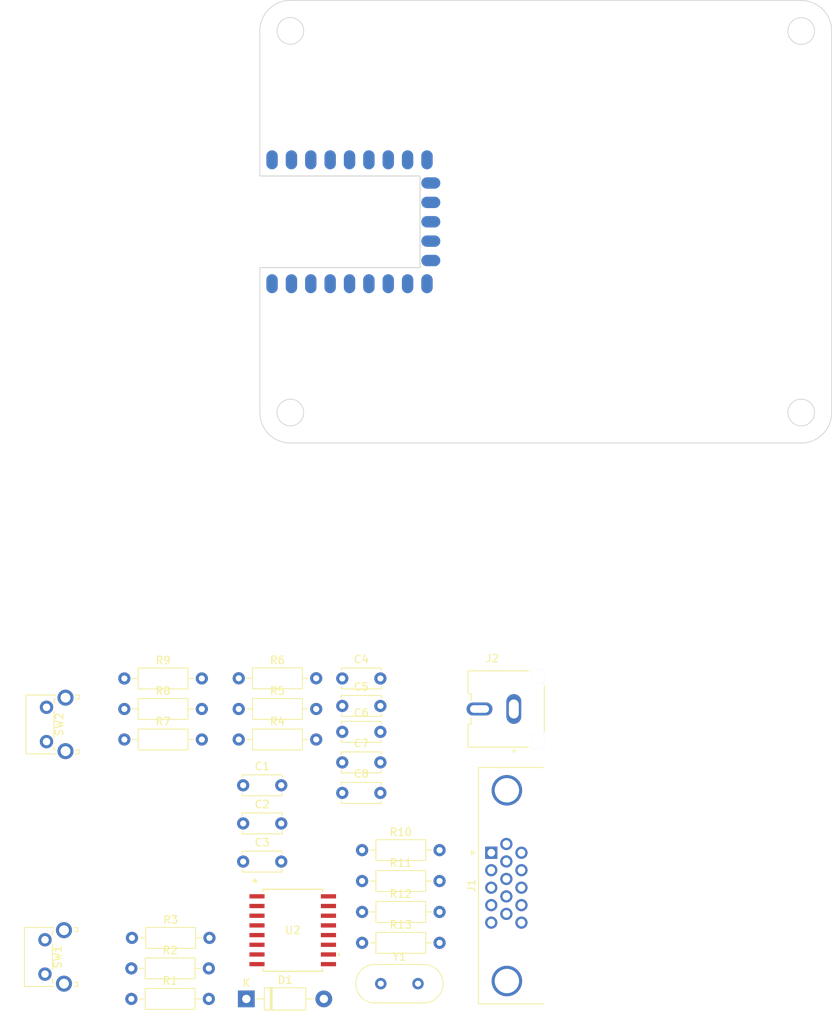
<source format=kicad_pcb>
(kicad_pcb (version 20221018) (generator pcbnew)
  (layers (0 "F.Cu" signal) (31 "B.Cu" signal) (34 "B.Paste" user) (35 "F.Paste" user) (36 "B.SilkS" user "B.Silkscreen") (37 "F.SilkS" user "F.Silkscreen") (38 "B.Mask" user) (39 "F.Mask" user) (44 "Edge.Cuts" user))
  (net 0 "")
  (net 1 "Net-(C1-Pad1)")
  (net 2 "Net-(U2-RIN)")
  (net 3 "Net-(C2-Pad1)")
  (net 4 "Net-(U2-GIN)")
  (net 5 "Net-(C3-Pad1)")
  (net 6 "Net-(U2-BIN)")
  (net 7 "Net-(D1-K)")
  (net 8 "Net-(D1-A)")
  (net 9 "Net-(U2-FIN)")
  (net 10 "Net-(U2-COMP)")
  (net 11 "Net-(C8-Pad2)")
  (net 16 "Net-(U2-HSYNC)")
  (net 19 "Net-(J2-In)")
  (net 20 "Net-(U1-7)")
  (net 21 "Net-(U1-8)")
  (net 22 "Net-(U1-9)")
  (net 23 "Net-(U1-10)")
  (net 24 "Net-(U1-11)")
  (net 25 "Net-(U1-12)")
  (net 26 "Net-(U1-13)")
  (net 27 "Net-(U1-14)")
  (net 28 "Net-(U1-15)")
  (net 29 "Net-(U1-2)")
  (net 30 "Net-(U1-29)")
  (footprint "Resistor_THT:R_Axial_DIN0207_L6.3mm_D2.5mm_P10.16mm_Horizontal" (layer "F.Cu") (at 82.229669 156.86)
    (fp_text reference "R7" (at 5.08 -2.37) (layer "F.SilkS"))
    (fp_text value "1K")
    (fp_line (start 1.04 0) (end 1.81 0) (stroke (width 0.12)) (layer "F.SilkS"))
    (fp_line (start 1.81 -1.37) (end 1.81 1.37) (stroke (width 0.12)) (layer "F.SilkS"))
    (fp_line (start 1.81 1.37) (end 8.35 1.37) (stroke (width 0.12)) (layer "F.SilkS"))
    (fp_line (start 8.35 -1.37) (end 1.81 -1.37) (stroke (width 0.12)) (layer "F.SilkS"))
    (fp_line (start 8.35 1.37) (end 8.35 -1.37) (stroke (width 0.12)) (layer "F.SilkS"))
    (fp_line (start 9.12 0) (end 8.35 0) (stroke (width 0.12)) (layer "F.SilkS"))
    (pad "1" thru_hole circle (at 0 0) (size 1.6 1.6) (drill 0.8) (layers "*.Cu" "*.Mask") (net 26 "Net-(U1-13)"))
    (pad "2" thru_hole oval (at 10.16 0) (size 1.6 1.6) (drill 0.8) (layers "*.Cu" "*.Mask") (net 1 "Net-(C1-Pad1)"))
  )
  (footprint "Resistor_THT:R_Axial_DIN0207_L6.3mm_D2.5mm_P10.16mm_Horizontal" (layer "F.Cu") (at 113.409669 183.51)
    (fp_text reference "R13" (at 5.08 -2.37) (layer "F.SilkS"))
    (fp_text value "75")
    (fp_line (start 1.04 0) (end 1.81 0) (stroke (width 0.12)) (layer "F.SilkS"))
    (fp_line (start 1.81 -1.37) (end 1.81 1.37) (stroke (width 0.12)) (layer "F.SilkS"))
    (fp_line (start 1.81 1.37) (end 8.35 1.37) (stroke (width 0.12)) (layer "F.SilkS"))
    (fp_line (start 8.35 -1.37) (end 1.81 -1.37) (stroke (width 0.12)) (layer "F.SilkS"))
    (fp_line (start 8.35 1.37) (end 8.35 -1.37) (stroke (width 0.12)) (layer "F.SilkS"))
    (fp_line (start 9.12 0) (end 8.35 0) (stroke (width 0.12)) (layer "F.SilkS"))
    (pad "1" thru_hole circle (at 0 0) (size 1.6 1.6) (drill 0.8) (layers "*.Cu" "*.Mask") (net 11 "Net-(C8-Pad2)"))
    (pad "2" thru_hole oval (at 10.16 0) (size 1.6 1.6) (drill 0.8) (layers "*.Cu" "*.Mask") (net 19 "Net-(J2-In)"))
  )
  (footprint "Button_Switch_THT:SW_Tactile_SPST_Angled_PTS645Vx58-2LFS" (layer "F.Cu") (at 71.819669 187.61 90)
    (fp_text reference "SW1" (at 2.25 1.68 90) (layer "F.SilkS"))
    (fp_text value "SW_Push")
    (fp_line (start -1.61 -2.7) (end -1.61 1.2) (stroke (width 0.12)) (layer "F.SilkS"))
    (fp_line (start -1.61 -2.7) (end 6.11 -2.7) (stroke (width 0.12)) (layer "F.SilkS"))
    (fp_line (start -1.61 3.8) (end -1.61 4.31) (stroke (width 0.12)) (layer "F.SilkS"))
    (fp_line (start -1.61 4.31) (end -1.09 4.31) (stroke (width 0.12)) (layer "F.SilkS"))
    (fp_line (start -1.09 0.97) (end -1.09 1.2) (stroke (width 0.12)) (layer "F.SilkS"))
    (fp_line (start -1.09 0.97) (end -0.55 0.97) (stroke (width 0.12)) (layer "F.SilkS"))
    (fp_line (start -1.09 3.8) (end -1.09 4.31) (stroke (width 0.12)) (layer "F.SilkS"))
    (fp_line (start 0.55 0.97) (end 3.95 0.97) (stroke (width 0.12)) (layer "F.SilkS"))
    (fp_line (start 5.05 0.97) (end 5.59 0.97) (stroke (width 0.12)) (layer "F.SilkS"))
    (fp_line (start 5.59 0.97) (end 5.59 1.2) (stroke (width 0.12)) (layer "F.SilkS"))
    (fp_line (start 5.59 3.8) (end 5.59 4.31) (stroke (width 0.12)) (layer "F.SilkS"))
    (fp_line (start 5.59 4.31) (end 6.11 4.31) (stroke (width 0.12)) (layer "F.SilkS"))
    (fp_line (start 6.11 -2.7) (end 6.11 1.2) (stroke (width 0.12)) (layer "F.SilkS"))
    (fp_line (start 6.11 3.8) (end 6.11 4.31) (stroke (width 0.12)) (layer "F.SilkS"))
    (pad "" thru_hole circle (at -1.25 2.49 90) (size 2.1 2.1) (drill 1.3) (layers "*.Cu" "*.Mask"))
    (pad "" thru_hole circle (at 5.76 2.49 90) (size 2.1 2.1) (drill 1.3) (layers "*.Cu" "*.Mask"))
    (pad "1" thru_hole circle (at 0 0 90) (size 1.75 1.75) (drill 0.99) (layers "*.Cu" "*.Mask") (net 8 "Net-(D1-A)"))
    (pad "2" thru_hole circle (at 4.5 0 90) (size 1.75 1.75) (drill 0.99) (layers "*.Cu" "*.Mask") (net 29 "Net-(U1-2)"))
  )
  (footprint "Resistor_THT:R_Axial_DIN0207_L6.3mm_D2.5mm_P10.16mm_Horizontal" (layer "F.Cu") (at 82.229669 148.86)
    (fp_text reference "R9" (at 5.08 -2.37) (layer "F.SilkS"))
    (fp_text value "100")
    (fp_line (start 1.04 0) (end 1.81 0) (stroke (width 0.12)) (layer "F.SilkS"))
    (fp_line (start 1.81 -1.37) (end 1.81 1.37) (stroke (width 0.12)) (layer "F.SilkS"))
    (fp_line (start 1.81 1.37) (end 8.35 1.37) (stroke (width 0.12)) (layer "F.SilkS"))
    (fp_line (start 8.35 -1.37) (end 1.81 -1.37) (stroke (width 0.12)) (layer "F.SilkS"))
    (fp_line (start 8.35 1.37) (end 8.35 -1.37) (stroke (width 0.12)) (layer "F.SilkS"))
    (fp_line (start 9.12 0) (end 8.35 0) (stroke (width 0.12)) (layer "F.SilkS"))
    (pad "1" thru_hole circle (at 0 0) (size 1.6 1.6) (drill 0.8) (layers "*.Cu" "*.Mask") (net 28 "Net-(U1-15)"))
    (pad "2" thru_hole oval (at 10.16 0) (size 1.6 1.6) (drill 0.8) (layers "*.Cu" "*.Mask") (net 16 "Net-(U2-HSYNC)"))
  )
  (footprint "Capacitor_THT:C_Disc_D5.0mm_W2.5mm_P5.00mm" (layer "F.Cu") (at 97.809669 162.86)
    (fp_text reference "C1" (at 2.5 -2.5) (layer "F.SilkS"))
    (fp_text value "100nF")
    (fp_line (start -0.12 -1.37) (end -0.12 -1.055) (stroke (width 0.12)) (layer "F.SilkS"))
    (fp_line (start -0.12 -1.37) (end 5.12 -1.37) (stroke (width 0.12)) (layer "F.SilkS"))
    (fp_line (start -0.12 1.055) (end -0.12 1.37) (stroke (width 0.12)) (layer "F.SilkS"))
    (fp_line (start -0.12 1.37) (end 5.12 1.37) (stroke (width 0.12)) (layer "F.SilkS"))
    (fp_line (start 5.12 -1.37) (end 5.12 -1.055) (stroke (width 0.12)) (layer "F.SilkS"))
    (fp_line (start 5.12 1.055) (end 5.12 1.37) (stroke (width 0.12)) (layer "F.SilkS"))
    (pad "1" thru_hole circle (at 0 0) (size 1.6 1.6) (drill 0.8) (layers "*.Cu" "*.Mask") (net 1 "Net-(C1-Pad1)"))
    (pad "2" thru_hole circle (at 5 0) (size 1.6 1.6) (drill 0.8) (layers "*.Cu" "*.Mask") (net 2 "Net-(U2-RIN)"))
  )
  (footprint "Connector_Dsub:DSUB-15-HD_Female_Horizontal_P2.29x1.98mm_EdgePinOffset3.03mm_Housed_MountingHolesOffset4.94mm" (layer "F.Cu") (at 130.349669 171.7 90)
    (fp_text reference "J1" (at -4.315 -2.61 90) (layer "F.SilkS"))
    (fp_text value "DE15_Receptacle_HighDensity_MountingHoles")
    (fp_line (start -19.8 -1.67) (end 11.17 -1.67) (stroke (width 0.12)) (layer "F.SilkS"))
    (fp_line (start -19.8 6.93) (end -19.8 -1.67) (stroke (width 0.12)) (layer "F.SilkS"))
    (fp_line (start -0.25 -2.564338) (end 0.25 -2.564338) (stroke (width 0.12)) (layer "F.SilkS"))
    (fp_line (start 0 -2.131325) (end -0.25 -2.564338) (stroke (width 0.12)) (layer "F.SilkS"))
    (fp_line (start 0.25 -2.564338) (end 0 -2.131325) (stroke (width 0.12)) (layer "F.SilkS"))
    (fp_line (start 11.17 -1.67) (end 11.17 6.93) (stroke (width 0.12)) (layer "F.SilkS"))
    (pad "0" thru_hole circle (at -16.815 2.05 90) (size 4 4) (drill 3.2) (layers "*.Cu" "*.Mask") (net 8 "Net-(D1-A)"))
    (pad "0" thru_hole circle (at 8.185 2.05 90) (size 4 4) (drill 3.2) (layers "*.Cu" "*.Mask") (net 8 "Net-(D1-A)"))
    (pad "1" thru_hole rect (at 0 0 90) (size 1.6 1.6) (drill 1) (layers "*.Cu" "*.Mask") (net 1 "Net-(C1-Pad1)"))
    (pad "2" thru_hole circle (at -2.29 0 90) (size 1.6 1.6) (drill 1) (layers "*.Cu" "*.Mask") (net 3 "Net-(C2-Pad1)"))
    (pad "3" thru_hole circle (at -4.58 0 90) (size 1.6 1.6) (drill 1) (layers "*.Cu" "*.Mask") (net 5 "Net-(C3-Pad1)"))
    (pad "4" thru_hole circle (at -6.87 0 90) (size 1.6 1.6) (drill 1) (layers "*.Cu" "*.Mask"))
    (pad "5" thru_hole circle (at -9.16 0 90) (size 1.6 1.6) (drill 1) (layers "*.Cu" "*.Mask") (net 8 "Net-(D1-A)"))
    (pad "6" thru_hole circle (at 1.145 1.98 90) (size 1.6 1.6) (drill 1) (layers "*.Cu" "*.Mask") (net 8 "Net-(D1-A)"))
    (pad "7" thru_hole circle (at -1.145 1.98 90) (size 1.6 1.6) (drill 1) (layers "*.Cu" "*.Mask") (net 8 "Net-(D1-A)"))
    (pad "8" thru_hole circle (at -3.435 1.98 90) (size 1.6 1.6) (drill 1) (layers "*.Cu" "*.Mask") (net 8 "Net-(D1-A)"))
    (pad "9" thru_hole circle (at -5.725 1.98 90) (size 1.6 1.6) (drill 1) (layers "*.Cu" "*.Mask") (net 7 "Net-(D1-K)"))
    (pad "10" thru_hole circle (at -8.015 1.98 90) (size 1.6 1.6) (drill 1) (layers "*.Cu" "*.Mask"))
    (pad "11" thru_hole circle (at 0 3.96 90) (size 1.6 1.6) (drill 1) (layers "*.Cu" "*.Mask"))
    (pad "12" thru_hole circle (at -2.29 3.96 90) (size 1.6 1.6) (drill 1) (layers "*.Cu" "*.Mask"))
    (pad "13" thru_hole circle (at -4.58 3.96 90) (size 1.6 1.6) (drill 1) (layers "*.Cu" "*.Mask") (net 16 "Net-(U2-HSYNC)"))
    (pad "14" thru_hole circle (at -6.87 3.96 90) (size 1.6 1.6) (drill 1) (layers "*.Cu" "*.Mask"))
    (pad "15" thru_hole circle (at -9.16 3.96 90) (size 1.6 1.6) (drill 1) (layers "*.Cu" "*.Mask"))
  )
  (footprint "Resistor_THT:R_Axial_DIN0207_L6.3mm_D2.5mm_P10.16mm_Horizontal" (layer "F.Cu") (at 113.409669 171.36)
    (fp_text reference "R10" (at 5.08 -2.37) (layer "F.SilkS"))
    (fp_text value "75")
    (fp_line (start 1.04 0) (end 1.81 0) (stroke (width 0.12)) (layer "F.SilkS"))
    (fp_line (start 1.81 -1.37) (end 1.81 1.37) (stroke (width 0.12)) (layer "F.SilkS"))
    (fp_line (start 1.81 1.37) (end 8.35 1.37) (stroke (width 0.12)) (layer "F.SilkS"))
    (fp_line (start 8.35 -1.37) (end 1.81 -1.37) (stroke (width 0.12)) (layer "F.SilkS"))
    (fp_line (start 8.35 1.37) (end 8.35 -1.37) (stroke (width 0.12)) (layer "F.SilkS"))
    (fp_line (start 9.12 0) (end 8.35 0) (stroke (width 0.12)) (layer "F.SilkS"))
    (pad "1" thru_hole circle (at 0 0) (size 1.6 1.6) (drill 0.8) (layers "*.Cu" "*.Mask") (net 8 "Net-(D1-A)"))
    (pad "2" thru_hole oval (at 10.16 0) (size 1.6 1.6) (drill 0.8) (layers "*.Cu" "*.Mask") (net 1 "Net-(C1-Pad1)"))
  )
  (footprint "Diode_THT:D_DO-41_SOD81_P10.16mm_Horizontal" (layer "F.Cu") (at 98.229669 190.86)
    (fp_text reference "D1" (at 5.08 -2.47) (layer "F.SilkS"))
    (fp_text value "1N4001")
    (fp_text user "K" (at 0 -2.1) (layer "F.SilkS"))
    (fp_line (start 1.34 0) (end 2.36 0) (stroke (width 0.12)) (layer "F.SilkS"))
    (fp_line (start 2.36 -1.47) (end 2.36 1.47) (stroke (width 0.12)) (layer "F.SilkS"))
    (fp_line (start 2.36 1.47) (end 7.8 1.47) (stroke (width 0.12)) (layer "F.SilkS"))
    (fp_line (start 3.14 -1.47) (end 3.14 1.47) (stroke (width 0.12)) (layer "F.SilkS"))
    (fp_line (start 3.26 -1.47) (end 3.26 1.47) (stroke (width 0.12)) (layer "F.SilkS"))
    (fp_line (start 3.38 -1.47) (end 3.38 1.47) (stroke (width 0.12)) (layer "F.SilkS"))
    (fp_line (start 7.8 -1.47) (end 2.36 -1.47) (stroke (width 0.12)) (layer "F.SilkS"))
    (fp_line (start 7.8 1.47) (end 7.8 -1.47) (stroke (width 0.12)) (layer "F.SilkS"))
    (fp_line (start 8.82 0) (end 7.8 0) (stroke (width 0.12)) (layer "F.SilkS"))
    (pad "1" thru_hole rect (at 0 0) (size 2.2 2.2) (drill 1.1) (layers "*.Cu" "*.Mask") (net 7 "Net-(D1-K)"))
    (pad "2" thru_hole oval (at 10.16 0) (size 2.2 2.2) (drill 1.1) (layers "*.Cu" "*.Mask") (net 8 "Net-(D1-A)"))
  )
  (footprint "Resistor_THT:R_Axial_DIN0207_L6.3mm_D2.5mm_P10.16mm_Horizontal" (layer "F.Cu") (at 82.229669 152.86)
    (fp_text reference "R8" (at 5.08 -2.37) (layer "F.SilkS"))
    (fp_text value "470")
    (fp_line (start 1.04 0) (end 1.81 0) (stroke (width 0.12)) (layer "F.SilkS"))
    (fp_line (start 1.81 -1.37) (end 1.81 1.37) (stroke (width 0.12)) (layer "F.SilkS"))
    (fp_line (start 1.81 1.37) (end 8.35 1.37) (stroke (width 0.12)) (layer "F.SilkS"))
    (fp_line (start 8.35 -1.37) (end 1.81 -1.37) (stroke (width 0.12)) (layer "F.SilkS"))
    (fp_line (start 8.35 1.37) (end 8.35 -1.37) (stroke (width 0.12)) (layer "F.SilkS"))
    (fp_line (start 9.12 0) (end 8.35 0) (stroke (width 0.12)) (layer "F.SilkS"))
    (pad "1" thru_hole circle (at 0 0) (size 1.6 1.6) (drill 0.8) (layers "*.Cu" "*.Mask") (net 27 "Net-(U1-14)"))
    (pad "2" thru_hole oval (at 10.16 0) (size 1.6 1.6) (drill 0.8) (layers "*.Cu" "*.Mask") (net 1 "Net-(C1-Pad1)"))
  )
  (footprint "Resistor_THT:R_Axial_DIN0207_L6.3mm_D2.5mm_P10.16mm_Horizontal" (layer "F.Cu") (at 97.229669 156.86)
    (fp_text reference "R4" (at 5.08 -2.37) (layer "F.SilkS"))
    (fp_text value "1K")
    (fp_line (start 1.04 0) (end 1.81 0) (stroke (width 0.12)) (layer "F.SilkS"))
    (fp_line (start 1.81 -1.37) (end 1.81 1.37) (stroke (width 0.12)) (layer "F.SilkS"))
    (fp_line (start 1.81 1.37) (end 8.35 1.37) (stroke (width 0.12)) (layer "F.SilkS"))
    (fp_line (start 8.35 -1.37) (end 1.81 -1.37) (stroke (width 0.12)) (layer "F.SilkS"))
    (fp_line (start 8.35 1.37) (end 8.35 -1.37) (stroke (width 0.12)) (layer "F.SilkS"))
    (fp_line (start 9.12 0) (end 8.35 0) (stroke (width 0.12)) (layer "F.SilkS"))
    (pad "1" thru_hole circle (at 0 0) (size 1.6 1.6) (drill 0.8) (layers "*.Cu" "*.Mask") (net 23 "Net-(U1-10)"))
    (pad "2" thru_hole oval (at 10.16 0) (size 1.6 1.6) (drill 0.8) (layers "*.Cu" "*.Mask") (net 3 "Net-(C2-Pad1)"))
  )
  (footprint "Resistor_THT:R_Axial_DIN0207_L6.3mm_D2.5mm_P10.16mm_Horizontal" (layer "F.Cu") (at 113.409669 175.41)
    (fp_text reference "R11" (at 5.08 -2.37) (layer "F.SilkS"))
    (fp_text value "75")
    (fp_line (start 1.04 0) (end 1.81 0) (stroke (width 0.12)) (layer "F.SilkS"))
    (fp_line (start 1.81 -1.37) (end 1.81 1.37) (stroke (width 0.12)) (layer "F.SilkS"))
    (fp_line (start 1.81 1.37) (end 8.35 1.37) (stroke (width 0.12)) (layer "F.SilkS"))
    (fp_line (start 8.35 -1.37) (end 1.81 -1.37) (stroke (width 0.12)) (layer "F.SilkS"))
    (fp_line (start 8.35 1.37) (end 8.35 -1.37) (stroke (width 0.12)) (layer "F.SilkS"))
    (fp_line (start 9.12 0) (end 8.35 0) (stroke (width 0.12)) (layer "F.SilkS"))
    (pad "1" thru_hole circle (at 0 0) (size 1.6 1.6) (drill 0.8) (layers "*.Cu" "*.Mask") (net 8 "Net-(D1-A)"))
    (pad "2" thru_hole oval (at 10.16 0) (size 1.6 1.6) (drill 0.8) (layers "*.Cu" "*.Mask") (net 3 "Net-(C2-Pad1)"))
  )
  (footprint "Capacitor_THT:C_Disc_D5.0mm_W2.5mm_P5.00mm" (layer "F.Cu") (at 110.809669 148.86)
    (fp_text reference "C4" (at 2.5 -2.5) (layer "F.SilkS"))
    (fp_text value "100nF")
    (fp_line (start -0.12 -1.37) (end -0.12 -1.055) (stroke (width 0.12)) (layer "F.SilkS"))
    (fp_line (start -0.12 -1.37) (end 5.12 -1.37) (stroke (width 0.12)) (layer "F.SilkS"))
    (fp_line (start -0.12 1.055) (end -0.12 1.37) (stroke (width 0.12)) (layer "F.SilkS"))
    (fp_line (start -0.12 1.37) (end 5.12 1.37) (stroke (width 0.12)) (layer "F.SilkS"))
    (fp_line (start 5.12 -1.37) (end 5.12 -1.055) (stroke (width 0.12)) (layer "F.SilkS"))
    (fp_line (start 5.12 1.055) (end 5.12 1.37) (stroke (width 0.12)) (layer "F.SilkS"))
    (pad "1" thru_hole circle (at 0 0) (size 1.6 1.6) (drill 0.8) (layers "*.Cu" "*.Mask") (net 7 "Net-(D1-K)"))
    (pad "2" thru_hole circle (at 5 0) (size 1.6 1.6) (drill 0.8) (layers "*.Cu" "*.Mask") (net 8 "Net-(D1-A)"))
  )
  (footprint "RCA:CUI_RCJ-044" (layer "F.Cu") (at 133.309669 152.86)
    (fp_text reference "J2" (at -2.825 -6.635) (layer "F.SilkS"))
    (fp_text value "CVBS")
    (fp_line (start -6 -5) (end 1.98 -5) (stroke (width 0.127)) (layer "F.SilkS"))
    (fp_line (start -6 -2) (end -6 -5) (stroke (width 0.127)) (layer "F.SilkS"))
    (fp_line (start -6 2) (end -5.6 2) (stroke (width 0.127)) (layer "F.SilkS"))
    (fp_line (start -6 5) (end -6 2) (stroke (width 0.127)) (layer "F.SilkS"))
    (fp_line (start -6 5) (end 1.98 5) (stroke (width 0.127)) (layer "F.SilkS"))
    (fp_line (start -5.6 -2) (end -6 -2) (stroke (width 0.127)) (layer "F.SilkS"))
    (fp_line (start -5.6 -1.17) (end -5.6 -2) (stroke (width 0.127)) (layer "F.SilkS"))
    (fp_line (start -5.6 2) (end -5.6 1.17) (stroke (width 0.127)) (layer "F.SilkS"))
    (fp_line (start 4 3) (end 4 -3) (stroke (width 0.127)) (layer "F.SilkS"))
    (fp_circle (center 0 5.513) (end 0.1 5.513) (stroke (width 0.2)) (fill none) (layer "F.SilkS"))
    (fp_line (start 2.3 -5.15) (end 2.3 -3.35) (stroke (width 0.01)) (layer "Edge.Cuts"))
    (fp_line (start 2.3 -3.35) (end 4 -3.35) (stroke (width 0.01)) (layer "Edge.Cuts"))
    (fp_line (start 2.3 3.35) (end 2.3 5.15) (stroke (width 0.01)) (layer "Edge.Cuts"))
    (fp_line (start 2.3 5.15) (end 4 5.15) (stroke (width 0.01)) (layer "Edge.Cuts"))
    (fp_line (start 4 -5.15) (end 2.3 -5.15) (stroke (width 0.01)) (layer "Edge.Cuts"))
    (fp_line (start 4 -3.35) (end 4 -5.15) (stroke (width 0.01)) (layer "Edge.Cuts"))
    (fp_line (start 4 3.35) (end 2.3 3.35) (stroke (width 0.01)) (layer "Edge.Cuts"))
    (fp_line (start 4 5.15) (end 4 3.35) (stroke (width 0.01)) (layer "Edge.Cuts"))
    (pad "1" thru_hole oval (at 0 0) (size 1.95 3.9) (drill oval 1.3 2.5) (layers "*.Cu" "*.Mask") (net 19 "Net-(J2-In)"))
    (pad "2" thru_hole oval (at -4.5 0) (size 3.4 1.7) (drill oval 2.5 1) (layers "*.Cu" "*.Mask") (net 8 "Net-(D1-A)"))
  )
  (footprint "Capacitor_THT:C_Disc_D5.0mm_W2.5mm_P5.00mm" (layer "F.Cu") (at 110.809669 159.86)
    (fp_text reference "C7" (at 2.5 -2.5) (layer "F.SilkS"))
    (fp_text value "22pF")
    (fp_line (start -0.12 -1.37) (end -0.12 -1.055) (stroke (width 0.12)) (layer "F.SilkS"))
    (fp_line (start -0.12 -1.37) (end 5.12 -1.37) (stroke (width 0.12)) (layer "F.SilkS"))
    (fp_line (start -0.12 1.055) (end -0.12 1.37) (stroke (width 0.12)) (layer "F.SilkS"))
    (fp_line (start -0.12 1.37) (end 5.12 1.37) (stroke (width 0.12)) (layer "F.SilkS"))
    (fp_line (start 5.12 -1.37) (end 5.12 -1.055) (stroke (width 0.12)) (layer "F.SilkS"))
    (fp_line (start 5.12 1.055) (end 5.12 1.37) (stroke (width 0.12)) (layer "F.SilkS"))
    (pad "1" thru_hole circle (at 0 0) (size 1.6 1.6) (drill 0.8) (layers "*.Cu" "*.Mask") (net 8 "Net-(D1-A)"))
    (pad "2" thru_hole circle (at 5 0) (size 1.6 1.6) (drill 0.8) (layers "*.Cu" "*.Mask") (net 9 "Net-(U2-FIN)"))
  )
  (footprint "Resistor_THT:R_Axial_DIN0207_L6.3mm_D2.5mm_P10.16mm_Horizontal" (layer "F.Cu") (at 83.149669 190.86)
    (fp_text reference "R1" (at 5.08 -2.37) (layer "F.SilkS"))
    (fp_text value "1K")
    (fp_line (start 1.04 0) (end 1.81 0) (stroke (width 0.12)) (layer "F.SilkS"))
    (fp_line (start 1.81 -1.37) (end 1.81 1.37) (stroke (width 0.12)) (layer "F.SilkS"))
    (fp_line (start 1.81 1.37) (end 8.35 1.37) (stroke (width 0.12)) (layer "F.SilkS"))
    (fp_line (start 8.35 -1.37) (end 1.81 -1.37) (stroke (width 0.12)) (layer "F.SilkS"))
    (fp_line (start 8.35 1.37) (end 8.35 -1.37) (stroke (width 0.12)) (layer "F.SilkS"))
    (fp_line (start 9.12 0) (end 8.35 0) (stroke (width 0.12)) (layer "F.SilkS"))
    (pad "1" thru_hole circle (at 0 0) (size 1.6 1.6) (drill 0.8) (layers "*.Cu" "*.Mask") (net 20 "Net-(U1-7)"))
    (pad "2" thru_hole oval (at 10.16 0) (size 1.6 1.6) (drill 0.8) (layers "*.Cu" "*.Mask") (net 5 "Net-(C3-Pad1)"))
  )
  (footprint "Capacitor_THT:C_Disc_D5.0mm_W2.5mm_P5.00mm" (layer "F.Cu") (at 97.809669 172.86)
    (fp_text reference "C3" (at 2.5 -2.5) (layer "F.SilkS"))
    (fp_text value "100nF")
    (fp_line (start -0.12 -1.37) (end -0.12 -1.055) (stroke (width 0.12)) (layer "F.SilkS"))
    (fp_line (start -0.12 -1.37) (end 5.12 -1.37) (stroke (width 0.12)) (layer "F.SilkS"))
    (fp_line (start -0.12 1.055) (end -0.12 1.37) (stroke (width 0.12)) (layer "F.SilkS"))
    (fp_line (start -0.12 1.37) (end 5.12 1.37) (stroke (width 0.12)) (layer "F.SilkS"))
    (fp_line (start 5.12 -1.37) (end 5.12 -1.055) (stroke (width 0.12)) (layer "F.SilkS"))
    (fp_line (start 5.12 1.055) (end 5.12 1.37) (stroke (width 0.12)) (layer "F.SilkS"))
    (pad "1" thru_hole circle (at 0 0) (size 1.6 1.6) (drill 0.8) (layers "*.Cu" "*.Mask") (net 5 "Net-(C3-Pad1)"))
    (pad "2" thru_hole circle (at 5 0) (size 1.6 1.6) (drill 0.8) (layers "*.Cu" "*.Mask") (net 6 "Net-(U2-BIN)"))
  )
  (footprint "Capacitor_THT:C_Disc_D5.0mm_W2.5mm_P5.00mm" (layer "F.Cu") (at 110.809669 163.86)
    (fp_text reference "C8" (at 2.5 -2.5) (layer "F.SilkS"))
    (fp_text value "220μF")
    (fp_line (start -0.12 -1.37) (end -0.12 -1.055) (stroke (width 0.12)) (layer "F.SilkS"))
    (fp_line (start -0.12 -1.37) (end 5.12 -1.37) (stroke (width 0.12)) (layer "F.SilkS"))
    (fp_line (start -0.12 1.055) (end -0.12 1.37) (stroke (width 0.12)) (layer "F.SilkS"))
    (fp_line (start -0.12 1.37) (end 5.12 1.37) (stroke (width 0.12)) (layer "F.SilkS"))
    (fp_line (start 5.12 -1.37) (end 5.12 -1.055) (stroke (width 0.12)) (layer "F.SilkS"))
    (fp_line (start 5.12 1.055) (end 5.12 1.37) (stroke (width 0.12)) (layer "F.SilkS"))
    (pad "1" thru_hole circle (at 0 0) (size 1.6 1.6) (drill 0.8) (layers "*.Cu" "*.Mask") (net 10 "Net-(U2-COMP)"))
    (pad "2" thru_hole circle (at 5 0) (size 1.6 1.6) (drill 0.8) (layers "*.Cu" "*.Mask") (net 11 "Net-(C8-Pad2)"))
  )
  (footprint "Resistor_THT:R_Axial_DIN0207_L6.3mm_D2.5mm_P10.16mm_Horizontal" (layer "F.Cu") (at 97.229669 148.835)
    (fp_text reference "R6" (at 5.08 -2.37) (layer "F.SilkS"))
    (fp_text value "2K2")
    (fp_line (start 1.04 0) (end 1.81 0) (stroke (width 0.12)) (layer "F.SilkS"))
    (fp_line (start 1.81 -1.37) (end 1.81 1.37) (stroke (width 0.12)) (layer "F.SilkS"))
    (fp_line (start 1.81 1.37) (end 8.35 1.37) (stroke (width 0.12)) (layer "F.SilkS"))
    (fp_line (start 8.35 -1.37) (end 1.81 -1.37) (stroke (width 0.12)) (layer "F.SilkS"))
    (fp_line (start 8.35 1.37) (end 8.35 -1.37) (stroke (width 0.12)) (layer "F.SilkS"))
    (fp_line (start 9.12 0) (end 8.35 0) (stroke (width 0.12)) (layer "F.SilkS"))
    (pad "1" thru_hole circle (at 0 0) (size 1.6 1.6) (drill 0.8) (layers "*.Cu" "*.Mask") (net 25 "Net-(U1-12)"))
    (pad "2" thru_hole oval (at 10.16 0) (size 1.6 1.6) (drill 0.8) (layers "*.Cu" "*.Mask") (net 1 "Net-(C1-Pad1)"))
  )
  (footprint "Resistor_THT:R_Axial_DIN0207_L6.3mm_D2.5mm_P10.16mm_Horizontal" (layer "F.Cu") (at 113.409669 179.46)
    (fp_text reference "R12" (at 5.08 -2.37) (layer "F.SilkS"))
    (fp_text value "75")
    (fp_line (start 1.04 0) (end 1.81 0) (stroke (width 0.12)) (layer "F.SilkS"))
    (fp_line (start 1.81 -1.37) (end 1.81 1.37) (stroke (width 0.12)) (layer "F.SilkS"))
    (fp_line (start 1.81 1.37) (end 8.35 1.37) (stroke (width 0.12)) (layer "F.SilkS"))
    (fp_line (start 8.35 -1.37) (end 1.81 -1.37) (stroke (width 0.12)) (layer "F.SilkS"))
    (fp_line (start 8.35 1.37) (end 8.35 -1.37) (stroke (width 0.12)) (layer "F.SilkS"))
    (fp_line (start 9.12 0) (end 8.35 0) (stroke (width 0.12)) (layer "F.SilkS"))
    (pad "1" thru_hole circle (at 0 0) (size 1.6 1.6) (drill 0.8) (layers "*.Cu" "*.Mask") (net 8 "Net-(D1-A)"))
    (pad "2" thru_hole oval (at 10.16 0) (size 1.6 1.6) (drill 0.8) (layers "*.Cu" "*.Mask") (net 5 "Net-(C3-Pad1)"))
  )
  (footprint "Resistor_THT:R_Axial_DIN0207_L6.3mm_D2.5mm_P10.16mm_Horizontal" (layer "F.Cu") (at 83.229669 182.86)
    (fp_text reference "R3" (at 5.08 -2.37) (layer "F.SilkS"))
    (fp_text value "2K2")
    (fp_line (start 1.04 0) (end 1.81 0) (stroke (width 0.12)) (layer "F.SilkS"))
    (fp_line (start 1.81 -1.37) (end 1.81 1.37) (stroke (width 0.12)) (layer "F.SilkS"))
    (fp_line (start 1.81 1.37) (end 8.35 1.37) (stroke (width 0.12)) (layer "F.SilkS"))
    (fp_line (start 8.35 -1.37) (end 1.81 -1.37) (stroke (width 0.12)) (layer "F.SilkS"))
    (fp_line (start 8.35 1.37) (end 8.35 -1.37) (stroke (width 0.12)) (layer "F.SilkS"))
    (fp_line (start 9.12 0) (end 8.35 0) (stroke (width 0.12)) (layer "F.SilkS"))
    (pad "1" thru_hole circle (at 0 0) (size 1.6 1.6) (drill 0.8) (layers "*.Cu" "*.Mask") (net 22 "Net-(U1-9)"))
    (pad "2" thru_hole oval (at 10.16 0) (size 1.6 1.6) (drill 0.8) (layers "*.Cu" "*.Mask") (net 3 "Net-(C2-Pad1)"))
  )
  (footprint "Crystal:Crystal_HC49-4H_Vertical" (layer "F.Cu") (at 115.859669 188.86)
    (fp_text reference "Y1" (at 2.44 -3.525) (layer "F.SilkS"))
    (fp_text value "3.579545")
    (fp_line (start -0.76 -2.525) (end 5.64 -2.525) (stroke (width 0.12)) (layer "F.SilkS"))
    (fp_line (start -0.76 2.525) (end 5.64 2.525) (stroke (width 0.12)) (layer "F.SilkS"))
    (fp_arc (start -0.76 2.525) (mid -3.285 0) (end -0.76 -2.525) (stroke (width 0.12)) (layer "F.SilkS"))
    (fp_arc (start 5.64 -2.525) (mid 8.165 0) (end 5.64 2.525) (stroke (width 0.12)) (layer "F.SilkS"))
    (pad "1" thru_hole circle (at 0 0) (size 1.5 1.5) (drill 0.8) (layers "*.Cu" "*.Mask") (net 9 "Net-(U2-FIN)"))
    (pad "2" thru_hole circle (at 4.88 0) (size 1.5 1.5) (drill 0.8) (layers "*.Cu" "*.Mask") (net 8 "Net-(D1-A)"))
  )
  (footprint "Resistor_THT:R_Axial_DIN0207_L6.3mm_D2.5mm_P10.16mm_Horizontal" (layer "F.Cu") (at 83.149669 186.86)
    (fp_text reference "R2" (at 5.08 -2.37) (layer "F.SilkS"))
    (fp_text value "390")
    (fp_line (start 1.04 0) (end 1.81 0) (stroke (width 0.12)) (layer "F.SilkS"))
    (fp_line (start 1.81 -1.37) (end 1.81 1.37) (stroke (width 0.12)) (layer "F.SilkS"))
    (fp_line (start 1.81 1.37) (end 8.35 1.37) (stroke (width 0.12)) (layer "F.SilkS"))
    (fp_line (start 8.35 -1.37) (end 1.81 -1.37) (stroke (width 0.12)) (layer "F.SilkS"))
    (fp_line (start 8.35 1.37) (end 8.35 -1.37) (stroke (width 0.12)) (layer "F.SilkS"))
    (fp_line (start 9.12 0) (end 8.35 0) (stroke (width 0.12)) (layer "F.SilkS"))
    (pad "1" thru_hole circle (at 0 0) (size 1.6 1.6) (drill 0.8) (layers "*.Cu" "*.Mask") (net 21 "Net-(U1-8)"))
    (pad "2" thru_hole oval (at 10.16 0) (size 1.6 1.6) (drill 0.8) (layers "*.Cu" "*.Mask") (net 5 "Net-(C3-Pad1)"))
  )
  (footprint "Capacitor_THT:C_Disc_D5.0mm_W2.5mm_P5.00mm" (layer "F.Cu") (at 110.809669 155.86)
    (fp_text reference "C6" (at 2.5 -2.5) (layer "F.SilkS"))
    (fp_text value "100μF")
    (fp_line (start -0.12 -1.37) (end -0.12 -1.055) (stroke (width 0.12)) (layer "F.SilkS"))
    (fp_line (start -0.12 -1.37) (end 5.12 -1.37) (stroke (width 0.12)) (layer "F.SilkS"))
    (fp_line (start -0.12 1.055) (end -0.12 1.37) (stroke (width 0.12)) (layer "F.SilkS"))
    (fp_line (start -0.12 1.37) (end 5.12 1.37) (stroke (width 0.12)) (layer "F.SilkS"))
    (fp_line (start 5.12 -1.37) (end 5.12 -1.055) (stroke (width 0.12)) (layer "F.SilkS"))
    (fp_line (start 5.12 1.055) (end 5.12 1.37) (stroke (width 0.12)) (layer "F.SilkS"))
    (pad "1" thru_hole circle (at 0 0) (size 1.6 1.6) (drill 0.8) (layers "*.Cu" "*.Mask") (net 7 "Net-(D1-K)"))
    (pad "2" thru_hole circle (at 5 0) (size 1.6 1.6) (drill 0.8) (layers "*.Cu" "*.Mask") (net 8 "Net-(D1-A)"))
  )
  (footprint "Capacitor_THT:C_Disc_D5.0mm_W2.5mm_P5.00mm" (layer "F.Cu") (at 110.809669 152.46)
    (fp_text reference "C5" (at 2.5 -2.5) (layer "F.SilkS"))
    (fp_text value "100nF")
    (fp_line (start -0.12 -1.37) (end -0.12 -1.055) (stroke (width 0.12)) (layer "F.SilkS"))
    (fp_line (start -0.12 -1.37) (end 5.12 -1.37) (stroke (width 0.12)) (layer "F.SilkS"))
    (fp_line (start -0.12 1.055) (end -0.12 1.37) (stroke (width 0.12)) (layer "F.SilkS"))
    (fp_line (start -0.12 1.37) (end 5.12 1.37) (stroke (width 0.12)) (layer "F.SilkS"))
    (fp_line (start 5.12 -1.37) (end 5.12 -1.055) (stroke (width 0.12)) (layer "F.SilkS"))
    (fp_line (start 5.12 1.055) (end 5.12 1.37) (stroke (width 0.12)) (layer "F.SilkS"))
    (pad "1" thru_hole circle (at 0 0) (size 1.6 1.6) (drill 0.8) (layers "*.Cu" "*.Mask") (net 7 "Net-(D1-K)"))
    (pad "2" thru_hole circle (at 5 0) (size 1.6 1.6) (drill 0.8) (layers "*.Cu" "*.Mask") (net 8 "Net-(D1-A)"))
  )
  (footprint "AD724:RW_16_ADI" (layer "F.Cu") (at 104.309669 181.86)
    (fp_text reference "U2" (at 0 0 unlocked) (layer "F.SilkS"))
    (fp_text value "AD724JRZ")
    (fp_text user "*" (at -4.9403 -6.1468) (layer "F.SilkS"))
    (fp_text user "*" (at -4.9403 -6.1468 unlocked) (layer "F.SilkS"))
    (fp_line (start -3.9243 -5.3721) (end -3.9243 -5.05714) (stroke (width 0.1524)) (layer "F.SilkS"))
    (fp_line (start -3.9243 5.05714) (end -3.9243 5.3721) (stroke (width 0.1524)) (layer "F.SilkS"))
    (fp_line (start -3.9243 5.3721) (end 3.9243 5.3721) (stroke (width 0.1524)) (layer "F.SilkS"))
    (fp_line (start 3.9243 -5.3721) (end -3.9243 -5.3721) (stroke (width 0.1524)) (layer "F.SilkS"))
    (fp_line (start 3.9243 -5.05714) (end 3.9243 -5.3721) (stroke (width 0.1524)) (layer "F.SilkS"))
    (fp_line (start 3.9243 5.3721) (end 3.9243 5.05714) (stroke (width 0.1524)) (layer "F.SilkS"))
    (fp_poly (pts (xy 6.1849 2.9845) (xy 6.1849 3.3655) (xy 5.9309 3.3655) (xy 5.9309 2.9845)) (fill solid) (layer "F.SilkS"))
    (pad "1" smd rect (at -4.6863 -4.445) (size 1.9812 0.5588) (layers "F.Cu" "F.Paste" "F.Mask") (net 7 "Net-(D1-K)"))
    (pad "2" smd rect (at -4.6863 -3.175) (size 1.9812 0.5588) (layers "F.Cu" "F.Paste" "F.Mask") (net 8 "Net-(D1-A)"))
    (pad "3" smd rect (at -4.6863 -1.905) (size 1.9812 0.5588) (layers "F.Cu" "F.Paste" "F.Mask") (net 9 "Net-(U2-FIN)"))
    (pad "4" smd rect (at -4.6863 -0.635) (size 1.9812 0.5588) (layers "F.Cu" "F.Paste" "F.Mask") (net 7 "Net-(D1-K)"))
    (pad "5" smd rect (at -4.6863 0.635) (size 1.9812 0.5588) (layers "F.Cu" "F.Paste" "F.Mask") (net 7 "Net-(D1-K)"))
    (pad "6" smd rect (at -4.6863 1.905) (size 1.9812 0.5588) (layers "F.Cu" "F.Paste" "F.Mask") (net 2 "Net-(U2-RIN)"))
    (pad "7" smd rect (at -4.6863 3.175) (size 1.9812 0.5588) (layers "F.Cu" "F.Paste" "F.Mask") (net 4 "Net-(U2-GIN)"))
    (pad "8" smd rect (at -4.6863 4.445) (size 1.9812 0.5588) (layers "F.Cu" "F.Paste" "F.Mask") (net 6 "Net-(U2-BIN)"))
    (pad "9" smd rect (at 4.6863 4.445) (size 1.9812 0.5588) (layers "F.Cu" "F.Paste" "F.Mask"))
    (pad "10" smd rect (at 4.6863 3.175) (size 1.9812 0.5588) (layers "F.Cu" "F.Paste" "F.Mask") (net 10 "Net-(U2-COMP)"))
    (pad "11" smd rect (at 4.6863 1.905) (size 1.9812 0.5588) (layers "F.Cu" "F.Paste" "F.Mask"))
    (pad "12" smd rect (at 4.6863 0.635) (size 1.9812 0.5588) (layers "F.Cu" "F.Paste" "F.Mask") (net 8 "Net-(D1-A)"))
    (pad "13" smd rect (at 4.6863 -0.635) (size 1.9812 0.5588) (layers "F.Cu" "F.Paste" "F.Mask") (net 8 "Net-(D1-A)"))
    (pad "14" smd rect (at 4.6863 -1.905) (size 1.9812 0.5588) (layers "F.Cu" "F.Paste" "F.Mask") (net 7 "Net-(D1-K)"))
    (pad "15" smd rect (at 4.6863 -3.175) (size 1.9812 0.5588) (layers "F.Cu" "F.Paste" "F.Mask") (net 7 "Net-(D1-K)"))
    (pad "16" smd rect (at 4.6863 -4.445) (size 1.9812 0.5588) (layers "F.Cu" "F.Paste" "F.Mask") (net 16 "Net-(U2-HSYNC)"))
  )
  (footprint "Capacitor_THT:C_Disc_D5.0mm_W2.5mm_P5.00mm" (layer "F.Cu") (at 97.809669 167.86)
    (fp_text reference "C2" (at 2.5 -2.5) (layer "F.SilkS"))
    (fp_text value "100nF")
    (fp_line (start -0.12 -1.37) (end -0.12 -1.055) (stroke (width 0.12)) (layer "F.SilkS"))
    (fp_line (start -0.12 -1.37) (end 5.12 -1.37) (stroke (width 0.12)) (layer "F.SilkS"))
    (fp_line (start -0.12 1.055) (end -0.12 1.37) (stroke (width 0.12)) (layer "F.SilkS"))
    (fp_line (start -0.12 1.37) (end 5.12 1.37) (stroke (width 0.12)) (layer "F.SilkS"))
    (fp_line (start 5.12 -1.37) (end 5.12 -1.055) (stroke (width 0.12)) (layer "F.SilkS"))
    (fp_line (start 5.12 1.055) (end 5.12 1.37) (stroke (width 0.12)) (layer "F.SilkS"))
    (pad "1" thru_hole circle (at 0 0) (size 1.6 1.6) (drill 0.8) (layers "*.Cu" "*.Mask") (net 3 "Net-(C2-Pad1)"))
    (pad "2" thru_hole circle (at 5 0) (size 1.6 1.6) (drill 0.8) (layers "*.Cu" "*.Mask") (net 4 "Net-(U2-GIN)"))
  )
  (footprint "Button_Switch_THT:SW_Tactile_SPST_Angled_PTS645Vx58-2LFS" (layer "F.Cu") (at 72.022169 157.135 90)
    (fp_text reference "SW2" (at 2.25 1.68 90) (layer "F.SilkS"))
    (fp_text value "SW_Push")
    (fp_line (start -1.61 -2.7) (end -1.61 1.2) (stroke (width 0.12)) (layer "F.SilkS"))
    (fp_line (start -1.61 -2.7) (end 6.11 -2.7) (stroke (width 0.12)) (layer "F.SilkS"))
    (fp_line (start -1.61 3.8) (end -1.61 4.31) (stroke (width 0.12)) (layer "F.SilkS"))
    (fp_line (start -1.61 4.31) (end -1.09 4.31) (stroke (width 0.12)) (layer "F.SilkS"))
    (fp_line (start -1.09 0.97) (end -1.09 1.2) (stroke (width 0.12)) (layer "F.SilkS"))
    (fp_line (start -1.09 0.97) (end -0.55 0.97) (stroke (width 0.12)) (layer "F.SilkS"))
    (fp_line (start -1.09 3.8) (end -1.09 4.31) (stroke (width 0.12)) (layer "F.SilkS"))
    (fp_line (start 0.55 0.97) (end 3.95 0.97) (stroke (width 0.12)) (layer "F.SilkS"))
    (fp_line (start 5.05 0.97) (end 5.59 0.97) (stroke (width 0.12)) (layer "F.SilkS"))
    (fp_line (start 5.59 0.97) (end 5.59 1.2) (stroke (width 0.12)) (layer "F.SilkS"))
    (fp_line (start 5.59 3.8) (end 5.59 4.31) (stroke (width 0.12)) (layer "F.SilkS"))
    (fp_line (start 5.59 4.31) (end 6.11 4.31) (stroke (width 0.12)) (layer "F.SilkS"))
    (fp_line (start 6.11 -2.7) (end 6.11 1.2) (stroke (width 0.12)) (layer "F.SilkS"))
    (fp_line (start 6.11 3.8) (end 6.11 4.31) (stroke (width 0.12)) (layer "F.SilkS"))
    (pad "" thru_hole circle (at -1.25 2.49 90) (size 2.1 2.1) (drill 1.3) (layers "*.Cu" "*.Mask"))
    (pad "" thru_hole circle (at 5.76 2.49 90) (size 2.1 2.1) (drill 1.3) (layers "*.Cu" "*.Mask"))
    (pad "1" thru_hole circle (at 0 0 90) (size 1.75 1.75) (drill 0.99) (layers "*.Cu" "*.Mask") (net 8 "Net-(D1-A)"))
    (pad "2" thru_hole circle (at 4.5 0 90) (size 1.75 1.75) (drill 0.99) (layers "*.Cu" "*.Mask") (net 30 "Net-(U1-29)"))
  )
  (footprint "Resistor_THT:R_Axial_DIN0207_L6.3mm_D2.5mm_P10.16mm_Horizontal" (layer "F.Cu") (at 97.229669 152.86)
    (fp_text reference "R5" (at 5.08 -2.37) (layer "F.SilkS"))
    (fp_text value "470")
    (fp_line (start 1.04 0) (end 1.81 0) (stroke (width 0.12)) (layer "F.SilkS"))
    (fp_line (start 1.81 -1.37) (end 1.81 1.37) (stroke (width 0.12)) (layer "F.SilkS"))
    (fp_line (start 1.81 1.37) (end 8.35 1.37) (stroke (width 0.12)) (layer "F.SilkS"))
    (fp_line (start 8.35 -1.37) (end 1.81 -1.37) (stroke (width 0.12)) (layer "F.SilkS"))
    (fp_line (start 8.35 1.37) (end 8.35 -1.37) (stroke (width 0.12)) (layer "F.SilkS"))
    (fp_line (start 9.12 0) (end 8.35 0) (stroke (width 0.12)) (layer "F.SilkS"))
    (pad "1" thru_hole circle (at 0 0) (size 1.6 1.6) (drill 0.8) (layers "*.Cu" "*.Mask") (net 24 "Net-(U1-11)"))
    (pad "2" thru_hole oval (at 10.16 0) (size 1.6 1.6) (drill 0.8) (layers "*.Cu" "*.Mask") (net 3 "Net-(C2-Pad1)"))
  )
  (footprint "RP2040-Zero:rp2040-zero-smd" (layer "B.Cu") (at 111.76 89 -90)
    (fp_text reference "U1" hide)
    (fp_text value "rp2040-zero" hide)
    (fp_line (start -6 -9.25) (end 6 -9.25) (stroke (width 0.12)) (layer "Edge.Cuts"))
    (fp_line (start -6 11.75) (end -6 -9.25) (stroke (width 0.12)) (layer "Edge.Cuts"))
    (fp_line (start 6 -9.25) (end 6 11.75) (stroke (width 0.12)) (layer "Edge.Cuts"))
    (pad "1" smd oval (at 7.62 10.16 90) (size 2.5 1.5) (drill (offset -0.5 0)) (layers "B.Cu" "B.Paste" "B.Mask"))
    (pad "2" smd oval (at 7.62 7.62 90) (size 2.5 1.5) (drill (offset -0.5 0)) (layers "B.Cu" "B.Paste" "B.Mask"))
    (pad "3" smd oval (at 7.62 5.08 90) (size 2.5 1.5) (drill (offset -0.5 0)) (layers "B.Cu" "B.Paste" "B.Mask") (net 29 "Net-(U1-2)"))
    (pad "4" smd oval (at 7.62 2.54 90) (size 2.5 1.5) (drill (offset -0.5 0)) (layers "B.Cu" "B.Paste" "B.Mask"))
    (pad "5" smd oval (at 7.62 0 90) (size 2.5 1.5) (drill (offset -0.5 0)) (layers "B.Cu" "B.Paste" "B.Mask"))
    (pad "6" smd oval (at 7.62 -2.54 90) (size 2.5 1.5) (drill (offset -0.5 0)) (layers "B.Cu" "B.Paste" "B.Mask"))
    (pad "7" smd oval (at 7.62 -5.08 90) (size 2.5 1.5) (drill (offset -0.5 0)) (layers "B.Cu" "B.Paste" "B.Mask"))
    (pad "8" smd oval (at 7.62 -7.62 90) (size 2.5 1.5) (drill (offset -0.5 0)) (layers "B.Cu" "B.Paste" "B.Mask") (net 20 "Net-(U1-7)"))
    (pad "9" smd oval (at 7.62 -10.16 90) (size 2.5 1.5) (drill (offset -0.5 0)) (layers "B.Cu" "B.Paste" "B.Mask") (net 21 "Net-(U1-8)"))
    (pad "10" smd oval (at 5.08 -10.16 180) (size 2.5 1.5) (drill (offset -0.5 0)) (layers "B.Cu" "B.Paste" "B.Mask") (net 22 "Net-(U1-9)"))
    (pad "11" smd oval (at 2.54 -10.16 180) (size 2.5 1.5) (drill (offset -0.5 0)) (layers "B.Cu" "B.Paste" "B.Mask") (net 23 "Net-(U1-10)"))
    (pad "12" smd oval (at 0 -10.16 180) (size 2.5 1.5) (drill (offset -0.5 0)) (layers "B.Cu" "B.Paste" "B.Mask") (net 24 "Net-(U1-11)"))
    (pad "13" smd oval (at -2.54 -10.16 180) (size 2.5 1.5) (drill (offset -0.5 0)) (layers "B.Cu" "B.Paste" "B.Mask") (net 25 "Net-(U1-12)"))
    (pad "14" smd oval (at -5.08 -10.16 180) (size 2.5 1.5) (drill (offset -0.5 0)) (layers "B.Cu" "B.Paste" "B.Mask") (net 26 "Net-(U1-13)"))
    (pad "15" smd oval (at -7.62 -10.16 270) (size 2.5 1.5) (drill (offset -0.5 0)) (layers "B.Cu" "B.Paste" "B.Mask") (net 27 "Net-(U1-14)"))
    (pad "16" smd oval (at -7.62 -7.62 270) (size 2.5 1.5) (drill (offset -0.5 0)) (layers "B.Cu" "B.Paste" "B.Mask") (net 28 "Net-(U1-15)"))
    (pad "17" smd oval (at -7.62 -5.08 270) (size 2.5 1.5) (drill (offset -0.5 0)) (layers "B.Cu" "B.Paste" "B.Mask"))
    (pad "18" smd oval (at -7.62 -2.54 270) (size 2.5 1.5) (drill (offset -0.5 0)) (layers "B.Cu" "B.Paste" "B.Mask"))
    (pad "19" smd oval (at -7.62 0 270) (size 2.5 1.5) (drill (offset -0.5 0)) (layers "B.Cu" "B.Paste" "B.Mask"))
    (pad "20" smd oval (at -7.62 2.54 270) (size 2.5 1.5) (drill (offset -0.5 0)) (layers "B.Cu" "B.Paste" "B.Mask") (net 30 "Net-(U1-29)"))
    (pad "21" smd oval (at -7.62 5.08 270) (size 2.5 1.5) (drill (offset -0.5 0)) (layers "B.Cu" "B.Paste" "B.Mask"))
    (pad "22" smd oval (at -7.62 7.62 270) (size 2.5 1.5) (drill (offset -0.5 0)) (layers "B.Cu" "B.Paste" "B.Mask") (net 8 "Net-(D1-A)"))
    (pad "23" smd oval (at -7.62 10.16 270) (size 2.5 1.5) (drill (offset -0.5 0)) (layers "B.Cu" "B.Paste" "B.Mask") (net 7 "Net-(D1-K)"))
  )
  (gr_line (start 100.01 83) (end 100 83) (stroke (width 0.1)) (layer "Edge.Cuts"))
  (gr_arc (start 175 114) (mid 173.828427 116.828427) (end 171 118) (stroke (width 0.1)) (layer "Edge.Cuts"))
  (gr_line (start 100 114) (end 100 95) (stroke (width 0.1)) (layer "Edge.Cuts"))
  (gr_arc (start 100.000001 64) (mid 101.1659 61.161213) (end 104 59.983969) (stroke (width 0.1)) (layer "Edge.Cuts"))
  (gr_line (start 175 64) (end 175 114) (stroke (width 0.1)) (layer "Edge.Cuts"))
  (gr_line (start 100.01 83) (end 100 83) (stroke (width 0.1)) (layer "Edge.Cuts"))
  (gr_circle (center 104 63.984) (end 105.75 63.984) (stroke (width 0.1)) (fill none) (layer "Edge.Cuts"))
  (gr_arc (start 104 118) (mid 101.171573 116.828427) (end 100 114) (stroke (width 0.1)) (layer "Edge.Cuts"))
  (gr_line (start 104 60) (end 171 60) (stroke (width 0.1)) (layer "Edge.Cuts"))
  (gr_line (start 100 83) (end 100 64) (stroke (width 0.1)) (layer "Edge.Cuts"))
  (gr_line (start 100.01 95) (end 100 95) (stroke (width 0.1)) (layer "Edge.Cuts"))
  (gr_circle (center 104 114) (end 105.75 114) (stroke (width 0.1)) (fill none) (layer "Edge.Cuts"))
  (gr_line (start 171 118) (end 104 118) (stroke (width 0.1)) (layer "Edge.Cuts"))
  (gr_arc (start 171 60) (mid 173.828427 61.171573) (end 175 64) (stroke (width 0.1)) (layer "Edge.Cuts"))
  (gr_circle (center 171 114) (end 172.75 114) (stroke (width 0.1)) (fill none) (layer "Edge.Cuts"))
  (gr_circle (center 171 64) (end 172.75 64) (stroke (width 0.1)) (fill none) (layer "Edge.Cuts"))
  (gr_line (start 100.01 95) (end 100.005 95) (stroke (width 0.1)) (layer "Edge.Cuts"))
)
</source>
